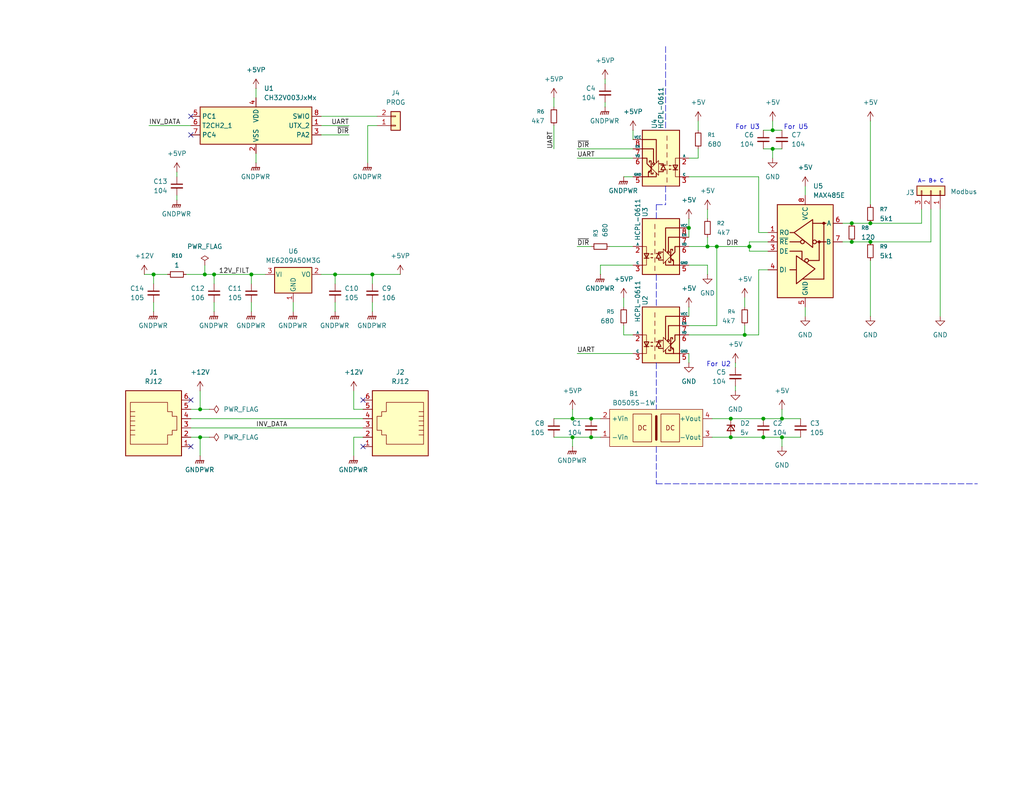
<source format=kicad_sch>
(kicad_sch (version 20250114) (generator "eeschema") (generator_version "9.0")
  (paper "A")
  (title_block (title "Inverter Decoder Board") (rev "A0"))
  (lib_symbols
    (symbol "Connector:RJ12" (pin_names (offset 1.016))
      (property "Reference" "J" (at -5.08 11.43 0))
      (property "Value" "RJ12" (at 2.54 11.43 0))
      (symbol "RJ12_0_1"
        (polyline (pts (xy -6.35 3.175) (xy -5.08 3.175) (xy -5.08 3.175)))
        (polyline (pts (xy -6.35 1.905) (xy -5.08 1.905) (xy -5.08 1.905)))
        (polyline (pts (xy -6.35 0.635) (xy -5.08 0.635) (xy -5.08 0.635)))
        (polyline (pts (xy -6.35 -0.635) (xy -5.08 -0.635) (xy -5.08 -0.635)))
        (polyline (pts (xy -6.35 -1.905) (xy -5.08 -1.905) (xy -5.08 -1.905)))
        (polyline (pts (xy -6.35 -4.445) (xy -6.35 6.985) (xy 3.81 6.985) (xy 3.81 4.445) (xy 5.08 4.445) (xy 5.08 3.175) (xy 6.35 3.175) (xy 6.35 -0.635) (xy 5.08 -0.635) (xy 5.08 -1.905) (xy 3.81 -1.905) (xy 3.81 -4.445) (xy -6.35 -4.445) (xy -6.35 -4.445)))
        (polyline (pts (xy -5.08 4.445) (xy -6.35 4.445) (xy -6.35 4.445)))
        (rectangle (start 7.62 10.16) (end -7.62 -7.62) (stroke (width 0.254)) (fill (type background)))
      )
      (symbol "RJ12_1_1"
        (pin passive line (at 10.16 7.62 180) (length 2.54) (name "~") (number "6"))
        (pin passive line (at 10.16 5.08 180) (length 2.54) (name "~") (number "5"))
        (pin passive line (at 10.16 2.54 180) (length 2.54) (name "~") (number "4"))
        (pin passive line (at 10.16 0 180) (length 2.54) (name "~") (number "3"))
        (pin passive line (at 10.16 -2.54 180) (length 2.54) (name "~") (number "2"))
        (pin passive line (at 10.16 -5.08 180) (length 2.54) (name "~") (number "1"))
      )
    )
    (symbol "Connector_Generic:Conn_01x02" (pin_names (offset 1.016) (hide yes))
      (property "Reference" "J" (at 0 2.54 0))
      (property "Value" "Conn_01x02" (at 0 -5.08 0))
      (symbol "Conn_01x02_1_1"
        (rectangle (start -1.27 1.27) (end 1.27 -3.81) (stroke (width 0.254)) (fill (type background)))
        (rectangle (start -1.27 0.127) (end 0 -0.127) (stroke (width 0.1524)))
        (rectangle (start -1.27 -2.413) (end 0 -2.667) (stroke (width 0.1524)))
        (pin passive line (at -5.08 0 0) (length 3.81) (name "Pin_1") (number "1"))
        (pin passive line (at -5.08 -2.54 0) (length 3.81) (name "Pin_2") (number "2"))
      )
    )
    (symbol "Connector_Generic:Conn_01x03" (pin_names (offset 1.016) (hide yes))
      (property "Reference" "J" (at 0 5.08 0))
      (property "Value" "Conn_01x03" (at 0 -5.08 0))
      (symbol "Conn_01x03_1_1"
        (rectangle (start -1.27 3.81) (end 1.27 -3.81) (stroke (width 0.254)) (fill (type background)))
        (rectangle (start -1.27 2.667) (end 0 2.413) (stroke (width 0.1524)))
        (rectangle (start -1.27 0.127) (end 0 -0.127) (stroke (width 0.1524)))
        (rectangle (start -1.27 -2.413) (end 0 -2.667) (stroke (width 0.1524)))
        (pin passive line (at -5.08 2.54 0) (length 3.81) (name "Pin_1") (number "1"))
        (pin passive line (at -5.08 0 0) (length 3.81) (name "Pin_2") (number "2"))
        (pin passive line (at -5.08 -2.54 0) (length 3.81) (name "Pin_3") (number "3"))
      )
    )
    (symbol "Device:C_Small" (pin_numbers (hide yes)) (pin_names (offset 0.254) (hide yes))
      (property "Reference" "C" (at 0.254 1.778 0))
      (property "Value" "C_Small" (at 0.254 -2.032 0))
      (symbol "C_Small_0_1"
        (polyline (pts (xy -1.524 0.508) (xy 1.524 0.508)) (stroke (width 0.3048)))
        (polyline (pts (xy -1.524 -0.508) (xy 1.524 -0.508)) (stroke (width 0.3302)))
      )
      (symbol "C_Small_1_1"
        (pin passive line (at 0 2.54 270) (length 2.032) (name "~") (number "1"))
        (pin passive line (at 0 -2.54 90) (length 2.032) (name "~") (number "2"))
      )
    )
    (symbol "Device:D_Zener_Small" (pin_numbers (hide yes)) (pin_names (offset 0.254) (hide yes))
      (property "Reference" "D" (at 0 2.286 0))
      (property "Value" "D_Zener_Small" (at 0 -2.286 0))
      (symbol "D_Zener_Small_0_1"
        (polyline (pts (xy -0.254 1.016) (xy -0.762 1.016) (xy -0.762 -1.016)) (stroke (width 0.254)))
        (polyline (pts (xy 0.762 1.016) (xy -0.762 0) (xy 0.762 -1.016) (xy 0.762 1.016)) (stroke (width 0.254)))
        (polyline (pts (xy 0.762 0) (xy -0.762 0)))
      )
      (symbol "D_Zener_Small_1_1"
        (pin passive line (at -2.54 0 0) (length 1.778) (name "K") (number "1"))
        (pin passive line (at 2.54 0 180) (length 1.778) (name "A") (number "2"))
      )
    )
    (symbol "Device:R_Small" (pin_numbers (hide yes)) (pin_names (offset 0.254) (hide yes))
      (property "Reference" "R" (at 0 0 90))
      (property "Value" "R_Small" (at 1.778 0 90))
      (symbol "R_Small_0_1"
        (rectangle (start -0.762 1.778) (end 0.762 -1.778) (stroke (width 0.2032)))
      )
      (symbol "R_Small_1_1"
        (pin passive line (at 0 2.54 270) (length 0.762) (name "~") (number "1"))
        (pin passive line (at 0 -2.54 90) (length 0.762) (name "~") (number "2"))
      )
    )
    (symbol "Interface_UART:MAX485E"
      (property "Reference" "U" (at -6.985 13.97 0))
      (property "Value" "MAX485E" (at 1.905 13.97 0))
      (symbol "MAX485E_0_1"
        (rectangle (start -7.62 12.7) (end 7.62 -12.7) (stroke (width 0.254)) (fill (type background)))
        (polyline (pts (xy -4.191 2.54) (xy -1.27 2.54)) (stroke (width 0.254)))
        (polyline (pts (xy -4.191 0) (xy -0.889 0) (xy -0.889 -2.286)) (stroke (width 0.254)))
        (polyline (pts (xy -3.175 5.08) (xy -4.191 5.08) (xy -4.064 5.08)) (stroke (width 0.254)))
        (polyline (pts (xy -2.54 -5.08) (xy -4.191 -5.08)) (stroke (width 0.254)))
        (polyline (pts (xy -2.413 -5.08) (xy -2.413 -1.27) (xy 2.667 -4.826) (xy -2.413 -8.89) (xy -2.413 -5.08)) (stroke (width 0.254)))
        (polyline (pts (xy -0.635 -7.62) (xy 5.08 -7.62)) (stroke (width 0.254)))
        (circle (center 0.381 -2.54) (radius 0.508) (stroke (width 0.254)))
        (polyline (pts (xy 0.889 -2.54) (xy 3.81 -2.54)) (stroke (width 0.254)))
        (polyline (pts (xy 2.032 7.62) (xy 5.715 7.62)) (stroke (width 0.254)))
        (polyline (pts (xy 3.048 2.54) (xy 5.715 2.54)) (stroke (width 0.254)))
        (circle (center 3.81 2.54) (radius 0.2794) (stroke (width 0.254)) (fill (type outline)))
        (polyline (pts (xy 3.81 -2.54) (xy 3.81 2.54)) (stroke (width 0.254)))
        (polyline (pts (xy 5.08 -7.62) (xy 5.08 7.62)) (stroke (width 0.254)))
      )
      (symbol "MAX485E_1_1"
        (circle (center -0.762 2.54) (radius 0.508) (stroke (width 0.254)))
        (polyline (pts (xy 2.032 4.826) (xy 2.032 8.636) (xy -3.048 5.08) (xy 2.032 1.016) (xy 2.032 4.826)) (stroke (width 0.254)))
        (circle (center 2.54 2.54) (radius 0.508) (stroke (width 0.254)))
        (circle (center 5.08 7.62) (radius 0.2794) (stroke (width 0.254)) (fill (type outline)))
        (pin output line (at -10.16 5.08 0) (length 2.54) (name "RO") (number "1"))
        (pin input line (at -10.16 2.54 0) (length 2.54) (name "~{RE}") (number "2"))
        (pin input line (at -10.16 0 0) (length 2.54) (name "DE") (number "3"))
        (pin input line (at -10.16 -5.08 0) (length 2.54) (name "DI") (number "4"))
        (pin power_in line (at 0 15.24 270) (length 2.54) (name "VCC") (number "8"))
        (pin power_in line (at 0 -15.24 90) (length 2.54) (name "GND") (number "5"))
        (pin bidirectional line (at 10.16 7.62 180) (length 2.54) (name "A") (number "6"))
        (pin bidirectional line (at 10.16 2.54 180) (length 2.54) (name "B") (number "7"))
      )
    )
    (symbol "Isolator:HCPL-0611" (pin_names (offset 0))
      (property "Reference" "U" (at -4.064 8.89 0))
      (property "Value" "HCPL-0611" (at 0.254 -9.144 0))
      (symbol "HCPL-0611_0_1"
        (polyline (pts (xy -5.08 -5.08) (xy -3.937 -5.08) (xy -3.937 0) (xy -5.08 0)))
        (polyline (pts (xy -0.635 -1.905) (xy -0.635 -1.524) (xy 0.508 -1.524)) (stroke (width 0.254)))
        (polyline (pts (xy -0.635 -3.302) (xy -0.635 -3.683) (xy 0.635 -3.683)) (stroke (width 0.254)))
        (polyline (pts (xy 1.27 -1.27) (xy 1.27 5.08) (xy 5.08 5.08)) (stroke (width 0.254)))
        (polyline (pts (xy 1.27 -4.064) (xy 1.27 -5.08) (xy 5.08 -5.08)) (stroke (width 0.254)))
        (polyline (pts (xy 2.032 -1.27) (xy 2.032 2.54) (xy 5.08 2.54)) (stroke (width 0.254)))
        (circle (center 2.032 -1.524) (radius 0.254) (stroke (width 0.254)))
        (polyline (pts (xy 2.667 -1.778) (xy 2.667 -0.762) (xy 3.175 -0.762) (xy 3.175 -1.143)) (stroke (width 0.254)))
        (polyline (pts (xy 2.667 -2.159) (xy 2.667 -2.921)) (stroke (width 0.254)))
        (polyline (pts (xy 2.667 -2.667) (xy 0.635 -4.699) (xy 0.635 -0.635) (xy 2.667 -2.667)))
        (polyline (pts (xy 2.667 -3.175) (xy 3.429 -3.937) (xy 3.302 -3.556) (xy 3.048 -3.81) (xy 3.429 -3.937)) (stroke (width 0.254)))
        (polyline (pts (xy 2.667 -3.302) (xy 2.667 -4.318) (xy 2.159 -4.318) (xy 2.159 -3.937)) (stroke (width 0.254)))
        (polyline (pts (xy 2.667 -3.556) (xy 2.667 -1.651)) (stroke (width 0.254)))
        (polyline (pts (xy 2.794 -2.54) (xy 3.81 -1.524) (xy 3.81 0) (xy 5.08 0)) (stroke (width 0.254)))
        (polyline (pts (xy 3.429 -3.937) (xy 3.429 -5.08)) (stroke (width 0.254)))
      )
      (symbol "HCPL-0611_1_1"
        (rectangle (start -5.08 7.62) (end 5.08 -7.62) (stroke (width 0.254)) (fill (type background)))
        (polyline (pts (xy -4.572 -3.175) (xy -3.302 -3.175)) (stroke (width 0.254)))
        (polyline (pts (xy -3.937 -3.175) (xy -4.572 -1.905) (xy -3.302 -1.905) (xy -3.937 -3.175)) (stroke (width 0.254)))
        (polyline (pts (xy -2.921 -2.032) (xy -2.159 -2.032) (xy -2.54 -2.159) (xy -2.54 -1.905) (xy -2.159 -2.032)) (stroke (width 0.127)))
        (polyline (pts (xy -2.921 -3.048) (xy -2.159 -3.048) (xy -2.54 -3.175) (xy -2.54 -2.921) (xy -2.159 -3.048)) (stroke (width 0.127)))
        (polyline (pts (xy -1.651 6.096) (xy -1.651 4.826)))
        (polyline (pts (xy -1.651 3.81) (xy -1.651 2.54)))
        (polyline (pts (xy -1.651 1.524) (xy -1.651 0.254)))
        (polyline (pts (xy -1.651 -0.762) (xy -1.651 -2.032)))
        (polyline (pts (xy -1.651 -3.048) (xy -1.651 -4.318)))
        (polyline (pts (xy -1.651 -5.334) (xy -1.651 -6.604)))
        (polyline (pts (xy -1.27 -1.905) (xy 0 -1.905)) (stroke (width 0.254)))
        (polyline (pts (xy -0.635 -1.905) (xy -1.27 -3.175) (xy 0 -3.175) (xy -0.635 -1.905)) (stroke (width 0.254)))
        (pin passive line (at -7.62 0 0) (length 2.54) (name "A") (number "2"))
        (pin passive line (at -7.62 -5.08 0) (length 2.54) (name "C") (number "3"))
        (pin no_connect line (at -5.08 5.08 0) (length 2.54) (hide yes) (name "NC") (number "1"))
        (pin power_in line (at 7.62 5.08 180) (length 2.54) (name "VCC") (number "8"))
        (pin input line (at 7.62 2.54 180) (length 2.54) (name "EN") (number "7"))
        (pin open_collector line (at 7.62 0 180) (length 2.54) (name "VO") (number "6"))
        (pin power_in line (at 7.62 -5.08 180) (length 2.54) (name "GND") (number "5"))
      )
    )
    (symbol "MCU_WCH_RiscV:CH32V003JxMx"
      (property "Reference" "U" (at -15.24 7.62 0))
      (property "Value" "CH32V003JxMx" (at 15.24 7.62 0))
      (symbol "CH32V003JxMx_1_1"
        (rectangle (start -15.24 5.08) (end 15.24 -5.08) (stroke (width 0.254)) (fill (type background)))
        (pin bidirectional line (at -17.78 2.54 0) (length 2.54) (name "PC1") (number "5"))
        (pin bidirectional line (at -17.78 0 0) (length 2.54) (name "PC2") (number "6") (alternate "T2CH2_1" bidirectional line))
        (pin bidirectional line (at -17.78 -2.54 0) (length 2.54) (name "PC4") (number "7"))
        (pin power_in line (at 0 7.62 270) (length 2.54) (name "VDD") (number "4"))
        (pin power_in line (at 0 -7.62 90) (length 2.54) (name "VSS") (number "2"))
        (pin bidirectional line (at 17.78 2.54 180) (length 2.54) (name "PD1/PD4/PD5") (number "8") (alternate "SWIO" bidirectional line))
        (pin bidirectional line (at 17.78 0 180) (length 2.54) (name "PD6/PA1") (number "1") (alternate "UTX_2" bidirectional line))
        (pin bidirectional line (at 17.78 -2.54 180) (length 2.54) (name "PA2") (number "3"))
      )
    )
    (symbol "Power_Module:BxxxxS-1W"
      (property "Reference" "B" (at -10.16 6.604 0))
      (property "Value" "BxxxxS-1W" (at 6.604 6.604 0))
      (symbol "BxxxxS-1W_1_1"
        (rectangle (start -12.7 5.08) (end 12.7 -5.08) (fill (type background)))
        (rectangle (start -6.35 3.81) (end -1.27 -3.81))
        (polyline (pts (xy 0 -3.175) (xy 0 3.175)) (stroke (width 0.635)))
        (rectangle (start 1.27 3.81) (end 6.35 -3.81))
        (text "DC" (at -3.81 0 0) (effects (font (size 1.27 1.27))))
        (text "DC" (at 3.81 0 0) (effects (font (size 1.27 1.27))))
        (pin power_in line (at -15.24 2.54 0) (length 2.54) (name "+Vin") (number "2"))
        (pin power_in line (at -15.24 -2.54 0) (length 2.54) (name "-Vin") (number "1"))
        (pin power_out line (at 15.24 2.54 180) (length 2.54) (name "+Vout") (number "4"))
        (pin power_out line (at 15.24 -2.54 180) (length 2.54) (name "-Vout") (number "3"))
      )
    )
    (symbol "Regulator_Linear:APE8865N-12-HF-3" (pin_names (offset 0.254))
      (property "Reference" "U" (at -3.81 3.175 0))
      (property "Value" "APE8865N-12-HF-3" (at 0 3.175 0))
      (symbol "APE8865N-12-HF-3_0_1"
        (rectangle (start -5.08 1.905) (end 5.08 -5.08) (stroke (width 0.254)) (fill (type background)))
      )
      (symbol "APE8865N-12-HF-3_1_1"
        (pin power_in line (at -7.62 0 0) (length 2.54) (name "VI") (number "3"))
        (pin power_in line (at 0 -7.62 90) (length 2.54) (name "GND") (number "1"))
        (pin power_out line (at 7.62 0 180) (length 2.54) (name "VO") (number "2"))
      )
    )
    (symbol "power:+12V" (power) (pin_numbers (hide yes)) (pin_names (offset 0) (hide yes))
      (property "Value" "+12V" (at 0 3.556 0))
      (symbol "+12V_0_1"
        (polyline (pts (xy -0.762 1.27) (xy 0 2.54)))
        (polyline (pts (xy 0 2.54) (xy 0.762 1.27)))
        (polyline (pts (xy 0 0) (xy 0 2.54)))
      )
      (symbol "+12V_1_1"
        (pin power_in line (at 0 0 90) (length 0) (name "~") (number "1"))
      )
    )
    (symbol "power:+5V" (power) (pin_numbers (hide yes)) (pin_names (offset 0) (hide yes))
      (property "Value" "+5V" (at 0 3.556 0))
      (symbol "+5V_0_1"
        (polyline (pts (xy -0.762 1.27) (xy 0 2.54)))
        (polyline (pts (xy 0 2.54) (xy 0.762 1.27)))
        (polyline (pts (xy 0 0) (xy 0 2.54)))
      )
      (symbol "+5V_1_1"
        (pin power_in line (at 0 0 90) (length 0) (name "~") (number "1"))
      )
    )
    (symbol "power:+5VP" (power) (pin_numbers (hide yes)) (pin_names (offset 0) (hide yes))
      (property "Value" "+5VP" (at 0 3.556 0))
      (symbol "+5VP_0_1"
        (polyline (pts (xy -0.762 1.27) (xy 0 2.54)))
        (polyline (pts (xy 0 2.54) (xy 0.762 1.27)))
        (polyline (pts (xy 0 0) (xy 0 2.54)))
      )
      (symbol "+5VP_1_1"
        (pin power_in line (at 0 0 90) (length 0) (name "~") (number "1"))
      )
    )
    (symbol "power:GND" (power) (pin_numbers (hide yes)) (pin_names (offset 0) (hide yes))
      (property "Value" "GND" (at 0 -3.81 0))
      (symbol "GND_0_1"
        (polyline (pts (xy 0 0) (xy 0 -1.27) (xy 1.27 -1.27) (xy 0 -2.54) (xy -1.27 -1.27) (xy 0 -1.27)))
      )
      (symbol "GND_1_1"
        (pin power_in line (at 0 0 270) (length 0) (name "~") (number "1"))
      )
    )
    (symbol "power:GNDPWR" (power) (pin_numbers (hide yes)) (pin_names (offset 0) (hide yes))
      (property "Value" "GNDPWR" (at 0 -3.302 0))
      (symbol "GNDPWR_0_1"
        (polyline (pts (xy -1.016 -1.27) (xy -1.27 -2.032) (xy -1.27 -2.032)) (stroke (width 0.2032)))
        (polyline (pts (xy -0.508 -1.27) (xy -0.762 -2.032) (xy -0.762 -2.032)) (stroke (width 0.2032)))
        (polyline (pts (xy 0 -1.27) (xy 0 0)))
        (polyline (pts (xy 0 -1.27) (xy -0.254 -2.032) (xy -0.254 -2.032)) (stroke (width 0.2032)))
        (polyline (pts (xy 0.508 -1.27) (xy 0.254 -2.032) (xy 0.254 -2.032)) (stroke (width 0.2032)))
        (polyline (pts (xy 1.016 -1.27) (xy -1.016 -1.27) (xy -1.016 -1.27)) (stroke (width 0.2032)))
        (polyline (pts (xy 1.016 -1.27) (xy 0.762 -2.032) (xy 0.762 -2.032) (xy 0.762 -2.032)) (stroke (width 0.2032)))
      )
      (symbol "GNDPWR_1_1"
        (pin power_in line (at 0 0 270) (length 0) (name "~") (number "1"))
      )
    )
    (symbol "power:PWR_FLAG" (power) (pin_numbers (hide yes)) (pin_names (offset 0) (hide yes))
      (property "Value" "PWR_FLAG" (at 0 3.81 0))
      (symbol "PWR_FLAG_0_0"
        (pin power_out line (at 0 0 90) (length 0) (name "~") (number "1"))
      )
      (symbol "PWR_FLAG_0_1"
        (polyline (pts (xy 0 0) (xy 0 1.27) (xy -1.016 1.905) (xy 0 2.54) (xy 1.016 1.905) (xy 0 1.27)))
      )
    )
  )
  (text "For U5" (at 217.17 34.798 0) (effects (font (size 1.27 1.27))))
  (text "For U3" (at 203.962 34.798 0) (effects (font (size 1.27 1.27))))
  (text "A- B+ C" (at 254 49.53 0) (effects (font (size 1.016 1.016))))
  (text "For U2" (at 196.088 99.568 0) (effects (font (size 1.27 1.27))))
  (junction (at 203.2 91.44))
  (junction (at 55.88 74.93))
  (junction (at 213.36 114.3))
  (junction (at 210.82 35.56))
  (junction (at 54.61 111.76))
  (junction (at 91.44 74.93))
  (junction (at 101.6 74.93))
  (junction (at 204.47 67.31))
  (junction (at 210.82 40.64))
  (junction (at 54.61 119.38))
  (junction (at 58.42 74.93))
  (junction (at 237.49 60.96))
  (junction (at 187.96 62.23))
  (junction (at 193.04 67.31))
  (junction (at 232.41 60.96))
  (junction (at 68.58 74.93))
  (junction (at 195.58 67.31))
  (junction (at 161.29 114.3))
  (junction (at 199.39 114.3))
  (junction (at 199.39 119.38))
  (junction (at 208.28 114.3))
  (junction (at 156.21 114.3))
  (junction (at 208.28 119.38))
  (junction (at 237.49 66.04))
  (junction (at 156.21 119.38))
  (junction (at 41.91 74.93))
  (junction (at 161.29 119.38))
  (junction (at 232.41 66.04))
  (junction (at 213.36 119.38))
  (no_connect (at 52.07 31.75))
  (no_connect (at 52.07 109.22))
  (no_connect (at 99.06 121.92))
  (no_connect (at 99.06 109.22))
  (no_connect (at 52.07 36.83))
  (no_connect (at 52.07 121.92))
  (wire (pts (xy 219.71 50.8) (xy 219.71 53.34)))
  (wire (pts (xy 193.04 72.39) (xy 193.04 74.93)))
  (wire (pts (xy 210.82 40.64) (xy 213.36 40.64)))
  (wire (pts (xy 165.1 21.59) (xy 165.1 22.86)))
  (wire (pts (xy 207.01 63.5) (xy 209.55 63.5)))
  (wire (pts (xy 237.49 71.12) (xy 237.49 86.36)))
  (wire (pts (xy 187.96 72.39) (xy 193.04 72.39)))
  (wire (pts (xy 87.63 74.93) (xy 91.44 74.93)))
  (wire (pts (xy 54.61 111.76) (xy 54.61 106.68)))
  (wire (pts (xy 208.28 114.3) (xy 213.36 114.3)))
  (polyline (pts (xy 179.07 55.88) (xy 181.61 55.88)) (stroke (width 0) (type dash)))
  (wire (pts (xy 54.61 119.38) (xy 57.15 119.38)))
  (wire (pts (xy 80.01 82.55) (xy 80.01 85.09)))
  (wire (pts (xy 187.96 83.82) (xy 187.96 86.36)))
  (wire (pts (xy 213.36 111.76) (xy 213.36 114.3)))
  (wire (pts (xy 39.37 74.93) (xy 41.91 74.93)))
  (wire (pts (xy 41.91 82.55) (xy 41.91 85.09)))
  (wire (pts (xy 170.18 81.28) (xy 170.18 83.82)))
  (wire (pts (xy 209.55 68.58) (xy 204.47 68.58)))
  (wire (pts (xy 187.96 67.31) (xy 193.04 67.31)))
  (wire (pts (xy 91.44 74.93) (xy 101.6 74.93)))
  (wire (pts (xy 52.07 116.84) (xy 99.06 116.84)))
  (wire (pts (xy 157.48 43.18) (xy 172.72 43.18)))
  (wire (pts (xy 156.21 121.92) (xy 156.21 119.38)))
  (wire (pts (xy 157.48 96.52) (xy 172.72 96.52)))
  (wire (pts (xy 40.64 34.29) (xy 52.07 34.29)))
  (polyline (pts (xy 181.61 50.8) (xy 181.61 55.88)) (stroke (width 0) (type dash)))
  (wire (pts (xy 207.01 73.66) (xy 209.55 73.66)))
  (wire (pts (xy 151.13 26.67) (xy 151.13 29.21)))
  (wire (pts (xy 52.07 111.76) (xy 54.61 111.76)))
  (wire (pts (xy 163.83 114.3) (xy 161.29 114.3)))
  (wire (pts (xy 199.39 114.3) (xy 208.28 114.3)))
  (wire (pts (xy 54.61 119.38) (xy 54.61 124.46)))
  (wire (pts (xy 203.2 88.9) (xy 203.2 91.44)))
  (wire (pts (xy 156.21 119.38) (xy 161.29 119.38)))
  (wire (pts (xy 237.49 66.04) (xy 254 66.04)))
  (wire (pts (xy 99.06 119.38) (xy 96.52 119.38)))
  (wire (pts (xy 163.83 72.39) (xy 172.72 72.39)))
  (polyline (pts (xy 181.61 12.7) (xy 181.61 35.56)) (stroke (width 0) (type dash)))
  (wire (pts (xy 87.63 34.29) (xy 95.25 34.29)))
  (wire (pts (xy 190.5 33.02) (xy 190.5 35.56)))
  (wire (pts (xy 229.87 66.04) (xy 232.41 66.04)))
  (wire (pts (xy 48.26 46.99) (xy 48.26 48.26)))
  (wire (pts (xy 204.47 67.31) (xy 204.47 66.04)))
  (wire (pts (xy 69.85 41.91) (xy 69.85 44.45)))
  (wire (pts (xy 96.52 119.38) (xy 96.52 124.46)))
  (wire (pts (xy 204.47 68.58) (xy 204.47 67.31)))
  (wire (pts (xy 55.88 74.93) (xy 58.42 74.93)))
  (wire (pts (xy 187.96 59.69) (xy 187.96 62.23)))
  (wire (pts (xy 187.96 88.9) (xy 195.58 88.9)))
  (wire (pts (xy 203.2 81.28) (xy 203.2 83.82)))
  (wire (pts (xy 193.04 57.15) (xy 193.04 59.69)))
  (wire (pts (xy 50.8 74.93) (xy 55.88 74.93)))
  (wire (pts (xy 52.07 114.3) (xy 99.06 114.3)))
  (wire (pts (xy 101.6 82.55) (xy 101.6 85.09)))
  (wire (pts (xy 237.49 60.96) (xy 251.46 60.96)))
  (wire (pts (xy 213.36 119.38) (xy 213.36 121.92)))
  (wire (pts (xy 69.85 24.13) (xy 69.85 26.67)))
  (wire (pts (xy 68.58 74.93) (xy 72.39 74.93)))
  (wire (pts (xy 151.13 114.3) (xy 156.21 114.3)))
  (wire (pts (xy 161.29 119.38) (xy 163.83 119.38)))
  (wire (pts (xy 187.96 91.44) (xy 203.2 91.44)))
  (wire (pts (xy 48.26 53.34) (xy 48.26 54.61)))
  (wire (pts (xy 187.96 62.23) (xy 187.96 64.77)))
  (polyline (pts (xy 179.07 132.08) (xy 266.7 132.08)) (stroke (width 0) (type dash)))
  (polyline (pts (xy 179.07 59.69) (xy 179.07 55.88)) (stroke (width 0) (type dash)))
  (wire (pts (xy 200.66 99.06) (xy 200.66 100.33)))
  (wire (pts (xy 68.58 82.55) (xy 68.58 85.09)))
  (wire (pts (xy 157.48 40.64) (xy 172.72 40.64)))
  (wire (pts (xy 87.63 31.75) (xy 102.87 31.75)))
  (wire (pts (xy 190.5 43.18) (xy 187.96 43.18)))
  (wire (pts (xy 102.87 34.29) (xy 100.33 34.29)))
  (polyline (pts (xy 179.07 74.93) (xy 179.07 83.82)) (stroke (width 0) (type dash)))
  (wire (pts (xy 219.71 83.82) (xy 219.71 86.36)))
  (wire (pts (xy 151.13 34.29) (xy 151.13 40.64)))
  (wire (pts (xy 187.96 96.52) (xy 187.96 99.06)))
  (wire (pts (xy 256.54 57.15) (xy 256.54 86.36)))
  (wire (pts (xy 193.04 67.31) (xy 195.58 67.31)))
  (wire (pts (xy 251.46 60.96) (xy 251.46 57.15)))
  (wire (pts (xy 232.41 66.04) (xy 237.49 66.04)))
  (wire (pts (xy 194.31 119.38) (xy 199.39 119.38)))
  (wire (pts (xy 41.91 74.93) (xy 41.91 77.47)))
  (wire (pts (xy 41.91 74.93) (xy 45.72 74.93)))
  (wire (pts (xy 166.37 67.31) (xy 172.72 67.31)))
  (wire (pts (xy 95.25 36.83) (xy 87.63 36.83)))
  (wire (pts (xy 151.13 119.38) (xy 156.21 119.38)))
  (wire (pts (xy 156.21 114.3) (xy 161.29 114.3)))
  (wire (pts (xy 229.87 60.96) (xy 232.41 60.96)))
  (wire (pts (xy 91.44 77.47) (xy 91.44 74.93)))
  (wire (pts (xy 199.39 119.38) (xy 208.28 119.38)))
  (wire (pts (xy 195.58 88.9) (xy 195.58 67.31)))
  (wire (pts (xy 208.28 40.64) (xy 210.82 40.64)))
  (wire (pts (xy 213.36 114.3) (xy 218.44 114.3)))
  (wire (pts (xy 101.6 74.93) (xy 109.22 74.93)))
  (polyline (pts (xy 179.07 121.92) (xy 179.07 132.08)) (stroke (width 0) (type dash)))
  (wire (pts (xy 58.42 74.93) (xy 68.58 74.93)))
  (wire (pts (xy 210.82 40.64) (xy 210.82 43.18)))
  (wire (pts (xy 232.41 60.96) (xy 237.49 60.96)))
  (wire (pts (xy 187.96 48.26) (xy 207.01 48.26)))
  (wire (pts (xy 101.6 77.47) (xy 101.6 74.93)))
  (wire (pts (xy 194.31 114.3) (xy 199.39 114.3)))
  (wire (pts (xy 207.01 91.44) (xy 207.01 73.66)))
  (wire (pts (xy 237.49 33.02) (xy 237.49 55.88)))
  (wire (pts (xy 52.07 119.38) (xy 54.61 119.38)))
  (wire (pts (xy 156.21 114.3) (xy 156.21 111.76)))
  (wire (pts (xy 210.82 35.56) (xy 213.36 35.56)))
  (wire (pts (xy 54.61 111.76) (xy 57.15 111.76)))
  (wire (pts (xy 170.18 48.26) (xy 172.72 48.26)))
  (wire (pts (xy 96.52 111.76) (xy 99.06 111.76)))
  (wire (pts (xy 96.52 106.68) (xy 96.52 111.76)))
  (wire (pts (xy 163.83 74.93) (xy 163.83 72.39)))
  (wire (pts (xy 213.36 119.38) (xy 218.44 119.38)))
  (wire (pts (xy 55.88 72.39) (xy 55.88 74.93)))
  (wire (pts (xy 208.28 119.38) (xy 213.36 119.38)))
  (wire (pts (xy 91.44 82.55) (xy 91.44 85.09)))
  (wire (pts (xy 200.66 105.41) (xy 200.66 106.68)))
  (wire (pts (xy 170.18 88.9) (xy 170.18 91.44)))
  (wire (pts (xy 190.5 40.64) (xy 190.5 43.18)))
  (wire (pts (xy 68.58 77.47) (xy 68.58 74.93)))
  (wire (pts (xy 195.58 67.31) (xy 204.47 67.31)))
  (wire (pts (xy 170.18 91.44) (xy 172.72 91.44)))
  (polyline (pts (xy 179.07 99.06) (xy 179.07 111.76)) (stroke (width 0) (type dash)))
  (wire (pts (xy 100.33 34.29) (xy 100.33 44.45)))
  (wire (pts (xy 204.47 66.04) (xy 209.55 66.04)))
  (wire (pts (xy 254 66.04) (xy 254 57.15)))
  (wire (pts (xy 165.1 27.94) (xy 165.1 29.21)))
  (wire (pts (xy 172.72 35.56) (xy 172.72 38.1)))
  (wire (pts (xy 203.2 91.44) (xy 207.01 91.44)))
  (wire (pts (xy 210.82 33.02) (xy 210.82 35.56)))
  (wire (pts (xy 208.28 35.56) (xy 210.82 35.56)))
  (wire (pts (xy 58.42 82.55) (xy 58.42 85.09)))
  (wire (pts (xy 58.42 77.47) (xy 58.42 74.93)))
  (wire (pts (xy 207.01 48.26) (xy 207.01 63.5)))
  (wire (pts (xy 193.04 64.77) (xy 193.04 67.31)))
  (wire (pts (xy 157.48 67.31) (xy 161.29 67.31)))
  (label "DIR" (at 198.12 67.31 0))
  (label "UART" (at 157.48 43.18 0))
  (label "UART" (at 157.48 96.52 0))
  (label "12V_FILT" (at 59.69 74.93 0))
  (label "UART" (at 95.25 34.29 180))
  (label "~{DIR}" (at 157.48 67.31 0))
  (label "INV_DATA" (at 69.85 116.84 0))
  (label "UART" (at 151.13 40.64 90))
  (label "INV_DATA" (at 40.64 34.29 0))
  (label "~{DIR}" (at 157.48 40.64 0))
  (label "~{DIR}" (at 95.25 36.83 180))
  (symbol (lib_id "power:PWR_FLAG") (at 57.15 111.76 270) (unit 1)
    (property "Reference" "#FLG01" (effects (hide yes)))
    (property "Value" "PWR_FLAG" (at 60.96 111.7599 90) (effects (justify left)))
    (property "Description" "Special symbol for telling ERC where power comes from" (effects (hide yes)))
  )
  (symbol (lib_id "Connector:RJ12") (at 109.22 116.84 0) (mirror y) (unit 1)
    (property "Reference" "J2" (at 109.22 101.6 0))
    (property "Value" "RJ12" (at 109.22 104.14 0))
    (property "Footprint" "Connector_RJ:RJ25_Wayconn_MJEA-660X1_Horizontal" (effects (hide yes)))
    (property "Description" "RJ connector, 6P6C (6 positions 6 connected)" (effects (hide yes)))
  )
  (symbol (lib_id "power:+12V") (at 39.37 74.93 0) (unit 1)
    (property "Reference" "#PWR040" (effects (hide yes)))
    (property "Value" "+12V" (at 39.37 69.85 0))
    (property "Description" "Power symbol creates a global label with name \"+12V\"" (effects (hide yes)))
  )
  (symbol (lib_id "Device:C_Small") (at 161.29 116.84 0) (mirror y) (unit 1)
    (property "Reference" "C1" (at 158.75 115.5762 0) (effects (justify left)))
    (property "Value" "104" (at 158.75 118.1162 0) (effects (justify left)))
    (property "Footprint" "Capacitor_SMD:C_0603_1608Metric" (effects (hide yes)))
    (property "Description" "Unpolarized capacitor, small symbol" (effects (hide yes)))
  )
  (symbol (lib_id "Device:C_Small") (at 213.36 38.1 0) (unit 1)
    (property "Reference" "C7" (at 215.9 36.8362 0) (effects (justify left)))
    (property "Value" "104" (at 215.9 39.3762 0) (effects (justify left)))
    (property "Footprint" "Capacitor_SMD:C_0603_1608Metric" (effects (hide yes)))
    (property "Description" "Unpolarized capacitor, small symbol" (effects (hide yes)))
  )
  (symbol (lib_id "Device:C_Small") (at 58.42 80.01 0) (mirror y) (unit 1)
    (property "Reference" "C12" (at 55.88 78.7462 0) (effects (justify left)))
    (property "Value" "106" (at 55.88 81.2862 0) (effects (justify left)))
    (property "Footprint" "Capacitor_SMD:C_1206_3216Metric" (effects (hide yes)))
    (property "Description" "Unpolarized capacitor, small symbol" (effects (hide yes)))
  )
  (symbol (lib_id "power:PWR_FLAG") (at 55.88 72.39 0) (unit 1)
    (property "Reference" "#FLG02" (effects (hide yes)))
    (property "Value" "PWR_FLAG" (at 55.88 67.31 0))
    (property "Description" "Special symbol for telling ERC where power comes from" (effects (hide yes)))
  )
  (symbol (lib_id "Device:C_Small") (at 208.28 116.84 0) (unit 1)
    (property "Reference" "C2" (at 210.82 115.5762 0) (effects (justify left)))
    (property "Value" "104" (at 210.82 118.1162 0) (effects (justify left)))
    (property "Footprint" "Capacitor_SMD:C_0603_1608Metric" (effects (hide yes)))
    (property "Description" "Unpolarized capacitor, small symbol" (effects (hide yes)))
  )
  (symbol (lib_id "Isolator:HCPL-0611") (at 180.34 67.31 0) (unit 1)
    (property "Reference" "U3" (at 176.022 57.912 90))
    (property "Value" "HCPL-0611" (at 173.99 59.944 90))
    (property "Footprint" "Package_SO:SOIC-8_3.9x4.9mm_P1.27mm" (effects (hide yes)))
    (property "Datasheet" "https://docs.broadcom.com/docs/AV02-0940EN" (effects (hide yes)))
    (property "Description" "Single High Speed LSTTL/TTL Compatible Optocoupler with enable, dV/dt 15000/us, VCM 1000, max 7V VCC, SOIC-8" (effects (hide yes)))
  )
  (symbol (lib_id "Device:R_Small") (at 151.13 31.75 0) (mirror y) (unit 1)
    (property "Reference" "R6" (at 148.59 30.4799 0) (effects (font (size 1.016 1.016)) (justify left)))
    (property "Value" "4k7" (at 148.59 33.0199 0) (effects (justify left)))
    (property "Footprint" "Resistor_SMD:R_0603_1608Metric" (effects (hide yes)))
    (property "Description" "Resistor, small symbol" (effects (hide yes)))
  )
  (symbol (lib_id "power:+5VP") (at 48.26 46.99 0) (unit 1)
    (property "Reference" "#PWR042" (effects (hide yes)))
    (property "Value" "+5VP" (at 48.26 41.91 0))
    (property "Description" "Power symbol creates a global label with name \"+5VP\"" (effects (hide yes)))
  )
  (symbol (lib_id "power:+5V") (at 187.96 59.69 0) (unit 1)
    (property "Reference" "#PWR014" (effects (hide yes)))
    (property "Value" "+5V" (at 187.96 54.61 0))
    (property "Description" "Power symbol creates a global label with name \"+5V\"" (effects (hide yes)))
  )
  (symbol (lib_id "Device:C_Small") (at 208.28 38.1 0) (mirror y) (unit 1)
    (property "Reference" "C6" (at 205.74 36.8362 0) (effects (justify left)))
    (property "Value" "104" (at 205.74 39.3762 0) (effects (justify left)))
    (property "Footprint" "Capacitor_SMD:C_0603_1608Metric" (effects (hide yes)))
    (property "Description" "Unpolarized capacitor, small symbol" (effects (hide yes)))
  )
  (symbol (lib_id "Power_Module:BxxxxS-1W") (at 179.07 116.84 0) (unit 1)
    (property "Reference" "B1" (at 172.974 107.442 0))
    (property "Value" "B0505S-1W" (at 172.974 109.982 0))
    (property "Footprint" "Power_Module:BxxxxS-1W" (effects (hide yes)))
    (property "Datasheet" "https://drive.google.com/drive/folders/1vk6luTBKSC5gfwLJC-DbyEZYVDwk87JV" (effects (hide yes)))
    (property "Description" "Isolated Power Module, Unregulated, 1W" (effects (hide yes)))
  )
  (symbol (lib_id "power:GNDPWR") (at 170.18 48.26 0) (unit 1)
    (property "Reference" "#PWR017" (effects (hide yes)))
    (property "Value" "GNDPWR" (at 170.053 52.07 0))
    (property "Description" "Power symbol creates a global label with name \"GNDPWR\" , global ground" (effects (hide yes)))
  )
  (symbol (lib_id "power:GNDPWR") (at 91.44 85.09 0) (unit 1)
    (property "Reference" "#PWR038" (effects (hide yes)))
    (property "Value" "GNDPWR" (at 91.313 88.9 0))
    (property "Description" "Power symbol creates a global label with name \"GNDPWR\" , global ground" (effects (hide yes)))
  )
  (symbol (lib_id "Device:R_Small") (at 190.5 38.1 0) (unit 1)
    (property "Reference" "R1" (at 193.04 36.8299 0) (effects (font (size 1.016 1.016)) (justify left)))
    (property "Value" "680" (at 193.04 39.3699 0) (effects (justify left)))
    (property "Footprint" "Resistor_SMD:R_0603_1608Metric" (effects (hide yes)))
    (property "Description" "Resistor, small symbol" (effects (hide yes)))
  )
  (symbol (lib_id "power:GND") (at 237.49 86.36 0) (unit 1)
    (property "Reference" "#PWR026" (effects (hide yes)))
    (property "Value" "GND" (at 237.49 91.44 0))
    (property "Description" "Power symbol creates a global label with name \"GND\" , ground" (effects (hide yes)))
  )
  (symbol (lib_id "Isolator:HCPL-0611") (at 180.34 43.18 0) (mirror y) (unit 1)
    (property "Reference" "U4" (at 178.562 33.782 90))
    (property "Value" "HCPL-0611" (at 180.34 29.464 90))
    (property "Footprint" "Package_SO:SOIC-8_3.9x4.9mm_P1.27mm" (effects (hide yes)))
    (property "Datasheet" "https://docs.broadcom.com/docs/AV02-0940EN" (effects (hide yes)))
    (property "Description" "Single High Speed LSTTL/TTL Compatible Optocoupler with enable, dV/dt 15000/us, VCM 1000, max 7V VCC, SOIC-8" (effects (hide yes)))
  )
  (symbol (lib_id "power:GNDPWR") (at 100.33 44.45 0) (unit 1)
    (property "Reference" "#PWR034" (effects (hide yes)))
    (property "Value" "GNDPWR" (at 100.203 48.26 0))
    (property "Description" "Power symbol creates a global label with name \"GNDPWR\" , global ground" (effects (hide yes)))
  )
  (symbol (lib_id "Connector:RJ12") (at 41.91 116.84 0) (unit 1)
    (property "Reference" "J1" (at 41.91 101.6 0))
    (property "Value" "RJ12" (at 41.91 104.14 0))
    (property "Footprint" "Connector_RJ:RJ25_Wayconn_MJEA-660X1_Horizontal" (effects (hide yes)))
    (property "Description" "RJ connector, 6P6C (6 positions 6 connected)" (effects (hide yes)))
  )
  (symbol (lib_id "power:+5V") (at 193.04 57.15 0) (unit 1)
    (property "Reference" "#PWR016" (effects (hide yes)))
    (property "Value" "+5V" (at 193.04 52.07 0))
    (property "Description" "Power symbol creates a global label with name \"+5V\"" (effects (hide yes)))
  )
  (symbol (lib_id "Device:C_Small") (at 91.44 80.01 0) (unit 1)
    (property "Reference" "C10" (at 93.98 78.7462 0) (effects (justify left)))
    (property "Value" "105" (at 93.98 81.2862 0) (effects (justify left)))
    (property "Footprint" "Capacitor_SMD:C_0805_2012Metric" (effects (hide yes)))
    (property "Description" "Unpolarized capacitor, small symbol" (effects (hide yes)))
  )
  (symbol (lib_id "power:+5V") (at 200.66 99.06 0) (unit 1)
    (property "Reference" "#PWR032" (effects (hide yes)))
    (property "Value" "+5V" (at 200.66 93.98 0))
    (property "Description" "Power symbol creates a global label with name \"+5V\"" (effects (hide yes)))
  )
  (symbol (lib_id "power:+5V") (at 213.36 111.76 0) (unit 1)
    (property "Reference" "#PWR07" (effects (hide yes)))
    (property "Value" "+5V" (at 213.36 106.68 0))
    (property "Description" "Power symbol creates a global label with name \"+5V\"" (effects (hide yes)))
  )
  (symbol (lib_id "power:+5VP") (at 69.85 24.13 0) (unit 1)
    (property "Reference" "#PWR09" (effects (hide yes)))
    (property "Value" "+5VP" (at 69.85 19.05 0))
    (property "Description" "Power symbol creates a global label with name \"+5VP\"" (effects (hide yes)))
  )
  (symbol (lib_id "power:+5VP") (at 165.1 21.59 0) (unit 1)
    (property "Reference" "#PWR028" (effects (hide yes)))
    (property "Value" "+5VP" (at 165.1 16.51 0))
    (property "Description" "Power symbol creates a global label with name \"+5VP\"" (effects (hide yes)))
  )
  (symbol (lib_id "Connector_Generic:Conn_01x03") (at 254 52.07 270) (mirror x) (unit 1)
    (property "Reference" "J3" (at 247.142 52.578 90) (effects (justify left)))
    (property "Value" "Modbus" (at 259.334 52.324 90) (effects (justify left)))
    (property "Footprint" "TerminalBlock_Phoenix:TerminalBlock_Phoenix_MKDS-3-3-5.08_1x03_P5.08mm_Horizontal" (effects (hide yes)))
    (property "Description" "Generic connector, single row, 01x03, script generated (kicad-library-utils/schlib/autogen/connector/)" (effects (hide yes)))
  )
  (symbol (lib_id "power:+5V") (at 210.82 33.02 0) (unit 1)
    (property "Reference" "#PWR031" (effects (hide yes)))
    (property "Value" "+5V" (at 210.82 27.94 0))
    (property "Description" "Power symbol creates a global label with name \"+5V\"" (effects (hide yes)))
  )
  (symbol (lib_id "Device:R_Small") (at 232.41 63.5 0) (unit 1)
    (property "Reference" "R8" (at 234.95 62.2299 0) (effects (font (size 1.016 1.016)) (justify left)))
    (property "Value" "120" (at 234.95 64.7699 0) (effects (justify left)))
    (property "Footprint" "Resistor_SMD:R_0603_1608Metric" (effects (hide yes)))
    (property "Description" "Resistor, small symbol" (effects (hide yes)))
  )
  (symbol (lib_id "Connector_Generic:Conn_01x02") (at 107.95 34.29 0) (mirror x) (unit 1)
    (property "Reference" "J4" (at 107.95 25.4 0))
    (property "Value" "PROG" (at 107.95 27.94 0))
    (property "Footprint" "Resistor_SMD:R_0805_2012Metric" (effects (hide yes)))
    (property "Description" "Generic connector, single row, 01x02, script generated (kicad-library-utils/schlib/autogen/connector/)" (effects (hide yes)))
  )
  (symbol (lib_id "power:PWR_FLAG") (at 57.15 119.38 270) (unit 1)
    (property "Reference" "#FLG03" (effects (hide yes)))
    (property "Value" "PWR_FLAG" (at 60.96 119.3799 90) (effects (justify left)))
    (property "Description" "Special symbol for telling ERC where power comes from" (effects (hide yes)))
  )
  (symbol (lib_id "Device:C_Small") (at 101.6 80.01 0) (unit 1)
    (property "Reference" "C9" (at 104.14 78.7462 0) (effects (justify left)))
    (property "Value" "106" (at 104.14 81.2862 0) (effects (justify left)))
    (property "Footprint" "Capacitor_SMD:C_1206_3216Metric" (effects (hide yes)))
    (property "Description" "Unpolarized capacitor, small symbol" (effects (hide yes)))
  )
  (symbol (lib_id "power:GNDPWR") (at 68.58 85.09 0) (unit 1)
    (property "Reference" "#PWR036" (effects (hide yes)))
    (property "Value" "GNDPWR" (at 68.453 88.9 0))
    (property "Description" "Power symbol creates a global label with name \"GNDPWR\" , global ground" (effects (hide yes)))
  )
  (symbol (lib_id "power:GNDPWR") (at 54.61 124.46 0) (unit 1)
    (property "Reference" "#PWR03" (effects (hide yes)))
    (property "Value" "GNDPWR" (at 54.483 128.27 0))
    (property "Description" "Power symbol creates a global label with name \"GNDPWR\" , global ground" (effects (hide yes)))
  )
  (symbol (lib_id "Device:R_Small") (at 203.2 86.36 0) (mirror y) (unit 1)
    (property "Reference" "R4" (at 200.66 85.0899 0) (effects (font (size 1.016 1.016)) (justify left)))
    (property "Value" "4k7" (at 200.66 87.6299 0) (effects (justify left)))
    (property "Footprint" "Resistor_SMD:R_0603_1608Metric" (effects (hide yes)))
    (property "Description" "Resistor, small symbol" (effects (hide yes)))
  )
  (symbol (lib_id "power:GNDPWR") (at 80.01 85.09 0) (unit 1)
    (property "Reference" "#PWR035" (effects (hide yes)))
    (property "Value" "GNDPWR" (at 79.883 88.9 0))
    (property "Description" "Power symbol creates a global label with name \"GNDPWR\" , global ground" (effects (hide yes)))
  )
  (symbol (lib_id "power:+5VP") (at 109.22 74.93 0) (unit 1)
    (property "Reference" "#PWR041" (effects (hide yes)))
    (property "Value" "+5VP" (at 109.22 69.85 0))
    (property "Description" "Power symbol creates a global label with name \"+5VP\"" (effects (hide yes)))
  )
  (symbol (lib_id "Device:C_Small") (at 218.44 116.84 0) (unit 1)
    (property "Reference" "C3" (at 220.98 115.5762 0) (effects (justify left)))
    (property "Value" "105" (at 220.98 118.1162 0) (effects (justify left)))
    (property "Footprint" "Capacitor_SMD:C_0805_2012Metric" (effects (hide yes)))
    (property "Description" "Unpolarized capacitor, small symbol" (effects (hide yes)))
  )
  (symbol (lib_id "power:+12V") (at 54.61 106.68 0) (unit 1)
    (property "Reference" "#PWR01" (effects (hide yes)))
    (property "Value" "+12V" (at 54.61 101.6 0))
    (property "Description" "Power symbol creates a global label with name \"+12V\"" (effects (hide yes)))
  )
  (symbol (lib_id "power:GND") (at 200.66 106.68 0) (unit 1)
    (property "Reference" "#PWR033" (effects (hide yes)))
    (property "Value" "GND" (at 200.66 111.76 0))
    (property "Description" "Power symbol creates a global label with name \"GND\" , ground" (effects (hide yes)))
  )
  (symbol (lib_id "power:+5VP") (at 156.21 111.76 0) (unit 1)
    (property "Reference" "#PWR06" (effects (hide yes)))
    (property "Value" "+5VP" (at 156.21 106.68 0))
    (property "Description" "Power symbol creates a global label with name \"+5VP\"" (effects (hide yes)))
  )
  (symbol (lib_id "Device:C_Small") (at 200.66 102.87 0) (mirror y) (unit 1)
    (property "Reference" "C5" (at 198.12 101.6062 0) (effects (justify left)))
    (property "Value" "104" (at 198.12 104.1462 0) (effects (justify left)))
    (property "Footprint" "Capacitor_SMD:C_0603_1608Metric" (effects (hide yes)))
    (property "Description" "Unpolarized capacitor, small symbol" (effects (hide yes)))
  )
  (symbol (lib_id "Device:C_Small") (at 48.26 50.8 0) (mirror y) (unit 1)
    (property "Reference" "C13" (at 45.72 49.5362 0) (effects (justify left)))
    (property "Value" "104" (at 45.72 52.0762 0) (effects (justify left)))
    (property "Footprint" "Capacitor_SMD:C_0603_1608Metric" (effects (hide yes)))
    (property "Description" "Unpolarized capacitor, small symbol" (effects (hide yes)))
  )
  (symbol (lib_id "MCU_WCH_RiscV:CH32V003JxMx") (at 69.85 34.29 0) (unit 1)
    (property "Reference" "U1" (at 71.9933 24.13 0) (effects (justify left)))
    (property "Value" "CH32V003JxMx" (at 71.9933 26.67 0) (effects (justify left)))
    (property "Footprint" "Package_SO:JEITA_SOIC-8_3.9x4.9mm_P1.27mm" (effects (hide yes)))
    (property "Datasheet" "https://www.wch-ic.com/products/CH32V003.html" (effects (hide yes)))
    (property "Description" "CH32V003 series are industrial-grade general-purpose microcontrollers designed based on 32-bit RISC-V instruction set and architecture. It adopts QingKe V2A core, RV32EC instruction set, and supports 2 levels of interrupt nesting. The series are mounted with rich peripheral interfaces and function modules. Its internal organizational structure meets the low-cost and low-power embedded application scenarios. JEITA SOIC-8 (SOP-8)" (effects (hide yes)))
    (pin "6" (alternate "T2CH2_1"))
    (pin "8" (alternate "SWIO"))
    (pin "1" (alternate "UTX_2"))
  )
  (symbol (lib_id "power:GND") (at 187.96 99.06 0) (unit 1)
    (property "Reference" "#PWR013" (effects (hide yes)))
    (property "Value" "GND" (at 187.96 104.14 0))
    (property "Description" "Power symbol creates a global label with name \"GND\" , ground" (effects (hide yes)))
  )
  (symbol (lib_id "power:+5V") (at 237.49 33.02 0) (unit 1)
    (property "Reference" "#PWR025" (effects (hide yes)))
    (property "Value" "+5V" (at 237.49 27.94 0))
    (property "Description" "Power symbol creates a global label with name \"+5V\"" (effects (hide yes)))
  )
  (symbol (lib_id "power:GND") (at 219.71 86.36 0) (unit 1)
    (property "Reference" "#PWR022" (effects (hide yes)))
    (property "Value" "GND" (at 219.71 91.44 0))
    (property "Description" "Power symbol creates a global label with name \"GND\" , ground" (effects (hide yes)))
  )
  (symbol (lib_id "power:+5VP") (at 170.18 81.28 0) (unit 1)
    (property "Reference" "#PWR021" (effects (hide yes)))
    (property "Value" "+5VP" (at 170.18 76.2 0))
    (property "Description" "Power symbol creates a global label with name \"+5VP\"" (effects (hide yes)))
  )
  (symbol (lib_id "power:+12V") (at 96.52 106.68 0) (unit 1)
    (property "Reference" "#PWR02" (effects (hide yes)))
    (property "Value" "+12V" (at 96.52 101.6 0))
    (property "Description" "Power symbol creates a global label with name \"+12V\"" (effects (hide yes)))
  )
  (symbol (lib_id "power:+5V") (at 219.71 50.8 0) (unit 1)
    (property "Reference" "#PWR023" (effects (hide yes)))
    (property "Value" "+5V" (at 219.71 45.72 0))
    (property "Description" "Power symbol creates a global label with name \"+5V\"" (effects (hide yes)))
  )
  (symbol (lib_id "Device:R_Small") (at 163.83 67.31 90) (unit 1)
    (property "Reference" "R3" (at 162.5599 64.77 0) (effects (font (size 1.016 1.016)) (justify left)))
    (property "Value" "680" (at 165.0999 64.77 0) (effects (justify left)))
    (property "Footprint" "Resistor_SMD:R_0603_1608Metric" (effects (hide yes)))
    (property "Description" "Resistor, small symbol" (effects (hide yes)))
  )
  (symbol (lib_id "power:+5V") (at 187.96 83.82 0) (unit 1)
    (property "Reference" "#PWR015" (effects (hide yes)))
    (property "Value" "+5V" (at 187.96 78.74 0))
    (property "Description" "Power symbol creates a global label with name \"+5V\"" (effects (hide yes)))
  )
  (symbol (lib_id "Interface_UART:MAX485E") (at 219.71 68.58 0) (unit 1)
    (property "Reference" "U5" (at 221.8533 50.8 0) (effects (justify left)))
    (property "Value" "MAX485E" (at 221.8533 53.34 0) (effects (justify left)))
    (property "Footprint" "Package_SO:SOIC-8_3.9x4.9mm_P1.27mm" (effects (hide yes)))
    (property "Datasheet" "https://datasheets.maximintegrated.com/en/ds/MAX1487E-MAX491E.pdf" (effects (hide yes)))
    (property "Description" "Half duplex RS-485/RS-422, 2.5 Mbps, ±15kV electro-static discharge (ESD) protection, no slew-rate, no low-power shutdown, with receiver/driver enable, 32 receiver drive capability, DIP-8 and SOIC-8" (effects (hide yes)))
  )
  (symbol (lib_id "Device:R_Small") (at 193.04 62.23 0) (unit 1)
    (property "Reference" "R2" (at 195.58 60.9599 0) (effects (font (size 1.016 1.016)) (justify left)))
    (property "Value" "4k7" (at 195.58 63.4999 0) (effects (justify left)))
    (property "Footprint" "Resistor_SMD:R_0603_1608Metric" (effects (hide yes)))
    (property "Description" "Resistor, small symbol" (effects (hide yes)))
  )
  (symbol (lib_id "power:+5V") (at 190.5 33.02 0) (unit 1)
    (property "Reference" "#PWR011" (effects (hide yes)))
    (property "Value" "+5V" (at 190.5 27.94 0))
    (property "Description" "Power symbol creates a global label with name \"+5V\"" (effects (hide yes)))
  )
  (symbol (lib_id "power:GNDPWR") (at 163.83 74.93 0) (unit 1)
    (property "Reference" "#PWR019" (effects (hide yes)))
    (property "Value" "GNDPWR" (at 163.703 78.74 0))
    (property "Description" "Power symbol creates a global label with name \"GNDPWR\" , global ground" (effects (hide yes)))
  )
  (symbol (lib_id "power:GNDPWR") (at 96.52 124.46 0) (unit 1)
    (property "Reference" "#PWR04" (effects (hide yes)))
    (property "Value" "GNDPWR" (at 96.393 128.27 0))
    (property "Description" "Power symbol creates a global label with name \"GNDPWR\" , global ground" (effects (hide yes)))
  )
  (symbol (lib_id "Device:D_Zener_Small") (at 199.39 116.84 270) (unit 1)
    (property "Reference" "D2" (at 201.93 115.5699 90) (effects (justify left)))
    (property "Value" "5v" (at 201.93 118.1099 90) (effects (justify left)))
    (property "Footprint" "Diode_SMD:D_SMB" (effects (hide yes)))
    (property "Description" "Zener diode, small symbol" (effects (hide yes)))
  )
  (symbol (lib_id "Device:C_Small") (at 151.13 116.84 0) (unit 1)
    (property "Reference" "C8" (at 148.59 115.5762 0) (effects (justify right)))
    (property "Value" "105" (at 148.59 118.1162 0) (effects (justify right)))
    (property "Footprint" "Capacitor_SMD:C_0805_2012Metric" (effects (hide yes)))
    (property "Description" "Unpolarized capacitor, small symbol" (effects (hide yes)))
  )
  (symbol (lib_id "power:GNDPWR") (at 165.1 29.21 0) (unit 1)
    (property "Reference" "#PWR029" (effects (hide yes)))
    (property "Value" "GNDPWR" (at 164.973 33.02 0))
    (property "Description" "Power symbol creates a global label with name \"GNDPWR\" , global ground" (effects (hide yes)))
  )
  (symbol (lib_id "power:+5VP") (at 172.72 35.56 0) (unit 1)
    (property "Reference" "#PWR018" (effects (hide yes)))
    (property "Value" "+5VP" (at 172.72 30.48 0))
    (property "Description" "Power symbol creates a global label with name \"+5VP\"" (effects (hide yes)))
  )
  (symbol (lib_id "power:GNDPWR") (at 156.21 121.92 0) (unit 1)
    (property "Reference" "#PWR05" (effects (hide yes)))
    (property "Value" "GNDPWR" (at 156.083 125.73 0))
    (property "Description" "Power symbol creates a global label with name \"GNDPWR\" , global ground" (effects (hide yes)))
  )
  (symbol (lib_id "power:GNDPWR") (at 58.42 85.09 0) (unit 1)
    (property "Reference" "#PWR037" (effects (hide yes)))
    (property "Value" "GNDPWR" (at 58.293 88.9 0))
    (property "Description" "Power symbol creates a global label with name \"GNDPWR\" , global ground" (effects (hide yes)))
  )
  (symbol (lib_id "power:GND") (at 213.36 121.92 0) (unit 1)
    (property "Reference" "#PWR08" (effects (hide yes)))
    (property "Value" "GND" (at 213.36 127 0))
    (property "Description" "Power symbol creates a global label with name \"GND\" , ground" (effects (hide yes)))
  )
  (symbol (lib_id "power:+5VP") (at 151.13 26.67 0) (unit 1)
    (property "Reference" "#PWR024" (effects (hide yes)))
    (property "Value" "+5VP" (at 151.13 21.59 0))
    (property "Description" "Power symbol creates a global label with name \"+5VP\"" (effects (hide yes)))
  )
  (symbol (lib_id "Device:R_Small") (at 237.49 68.58 0) (unit 1)
    (property "Reference" "R9" (at 240.03 67.3099 0) (effects (font (size 1.016 1.016)) (justify left)))
    (property "Value" "5k1" (at 240.03 69.8499 0) (effects (justify left)))
    (property "Footprint" "Resistor_SMD:R_0603_1608Metric" (effects (hide yes)))
    (property "Description" "Resistor, small symbol" (effects (hide yes)))
  )
  (symbol (lib_id "power:GND") (at 210.82 43.18 0) (unit 1)
    (property "Reference" "#PWR030" (effects (hide yes)))
    (property "Value" "GND" (at 210.82 48.26 0))
    (property "Description" "Power symbol creates a global label with name \"GND\" , ground" (effects (hide yes)))
  )
  (symbol (lib_id "Device:C_Small") (at 165.1 25.4 0) (mirror y) (unit 1)
    (property "Reference" "C4" (at 162.56 24.1362 0) (effects (justify left)))
    (property "Value" "104" (at 162.56 26.6762 0) (effects (justify left)))
    (property "Footprint" "Capacitor_SMD:C_0603_1608Metric" (effects (hide yes)))
    (property "Description" "Unpolarized capacitor, small symbol" (effects (hide yes)))
  )
  (symbol (lib_id "Device:C_Small") (at 68.58 80.01 0) (mirror y) (unit 1)
    (property "Reference" "C11" (at 66.04 78.7462 0) (effects (justify left)))
    (property "Value" "105" (at 66.04 81.2862 0) (effects (justify left)))
    (property "Footprint" "Capacitor_SMD:C_0805_2012Metric" (effects (hide yes)))
    (property "Description" "Unpolarized capacitor, small symbol" (effects (hide yes)))
  )
  (symbol (lib_id "Device:R_Small") (at 237.49 58.42 0) (unit 1)
    (property "Reference" "R7" (at 240.03 57.1499 0) (effects (font (size 1.016 1.016)) (justify left)))
    (property "Value" "5k1" (at 240.03 59.6899 0) (effects (justify left)))
    (property "Footprint" "Resistor_SMD:R_0603_1608Metric" (effects (hide yes)))
    (property "Description" "Resistor, small symbol" (effects (hide yes)))
  )
  (symbol (lib_id "Device:R_Small") (at 170.18 86.36 0) (mirror y) (unit 1)
    (property "Reference" "R5" (at 167.64 85.0899 0) (effects (font (size 1.016 1.016)) (justify left)))
    (property "Value" "680" (at 167.64 87.6299 0) (effects (justify left)))
    (property "Footprint" "Resistor_SMD:R_0603_1608Metric" (effects (hide yes)))
    (property "Description" "Resistor, small symbol" (effects (hide yes)))
  )
  (symbol (lib_id "power:GNDPWR") (at 101.6 85.09 0) (unit 1)
    (property "Reference" "#PWR039" (effects (hide yes)))
    (property "Value" "GNDPWR" (at 101.473 88.9 0))
    (property "Description" "Power symbol creates a global label with name \"GNDPWR\" , global ground" (effects (hide yes)))
  )
  (symbol (lib_id "Device:R_Small") (at 48.26 74.93 90) (unit 1)
    (property "Reference" "R10" (at 48.26 69.85 90) (effects (font (size 1.016 1.016))))
    (property "Value" "1" (at 48.26 72.39 90))
    (property "Footprint" "Resistor_SMD:R_0603_1608Metric" (effects (hide yes)))
    (property "Description" "Resistor, small symbol" (effects (hide yes)))
  )
  (symbol (lib_id "Device:C_Small") (at 41.91 80.01 0) (mirror y) (unit 1)
    (property "Reference" "C14" (at 39.37 78.7462 0) (effects (justify left)))
    (property "Value" "105" (at 39.37 81.2862 0) (effects (justify left)))
    (property "Footprint" "Capacitor_SMD:C_0805_2012Metric" (effects (hide yes)))
    (property "Description" "Unpolarized capacitor, small symbol" (effects (hide yes)))
  )
  (symbol (lib_id "power:GNDPWR") (at 69.85 44.45 0) (unit 1)
    (property "Reference" "#PWR010" (effects (hide yes)))
    (property "Value" "GNDPWR" (at 69.723 48.26 0))
    (property "Description" "Power symbol creates a global label with name \"GNDPWR\" , global ground" (effects (hide yes)))
  )
  (symbol (lib_id "power:GNDPWR") (at 41.91 85.09 0) (unit 1)
    (property "Reference" "#PWR044" (effects (hide yes)))
    (property "Value" "GNDPWR" (at 41.783 88.9 0))
    (property "Description" "Power symbol creates a global label with name \"GNDPWR\" , global ground" (effects (hide yes)))
  )
  (symbol (lib_id "power:GND") (at 256.54 86.36 0) (unit 1)
    (property "Reference" "#PWR027" (effects (hide yes)))
    (property "Value" "GND" (at 256.54 91.44 0))
    (property "Description" "Power symbol creates a global label with name \"GND\" , ground" (effects (hide yes)))
  )
  (symbol (lib_id "power:+5V") (at 203.2 81.28 0) (unit 1)
    (property "Reference" "#PWR020" (effects (hide yes)))
    (property "Value" "+5V" (at 203.2 76.2 0))
    (property "Description" "Power symbol creates a global label with name \"+5V\"" (effects (hide yes)))
  )
  (symbol (lib_id "Regulator_Linear:APE8865N-12-HF-3") (at 80.01 74.93 0) (unit 1)
    (property "Reference" "U6" (at 80.01 68.58 0))
    (property "Value" "ME6209A50M3G" (at 80.01 71.12 0))
    (property "Footprint" "Package_TO_SOT_SMD:SOT-23" (effects (hide yes)))
    (property "Datasheet" "http://www.tme.eu/fr/Document/ced3461ed31ea70a3c416fb648e0cde7/APE8865-3.pdf" (effects (hide yes)))
    (property "Description" "300mA Low Dropout Voltage Regulator, Fixed Output 1.2V, SOT-23" (effects (hide yes)))
  )
  (symbol (lib_id "power:GNDPWR") (at 48.26 54.61 0) (unit 1)
    (property "Reference" "#PWR043" (effects (hide yes)))
    (property "Value" "GNDPWR" (at 48.133 58.42 0))
    (property "Description" "Power symbol creates a global label with name \"GNDPWR\" , global ground" (effects (hide yes)))
  )
  (symbol (lib_id "power:GND") (at 193.04 74.93 0) (unit 1)
    (property "Reference" "#PWR012" (effects (hide yes)))
    (property "Value" "GND" (at 193.04 80.01 0))
    (property "Description" "Power symbol creates a global label with name \"GND\" , ground" (effects (hide yes)))
  )
  (symbol (lib_id "Isolator:HCPL-0611") (at 180.34 91.44 0) (unit 1)
    (property "Reference" "U2" (at 176.022 82.042 90))
    (property "Value" "HCPL-0611" (at 173.99 82.296 90))
    (property "Footprint" "Package_SO:SOIC-8_3.9x4.9mm_P1.27mm" (effects (hide yes)))
    (property "Datasheet" "https://docs.broadcom.com/docs/AV02-0940EN" (effects (hide yes)))
    (property "Description" "Single High Speed LSTTL/TTL Compatible Optocoupler with enable, dV/dt 15000/us, VCM 1000, max 7V VCC, SOIC-8" (effects (hide yes)))
  )
)
</source>
